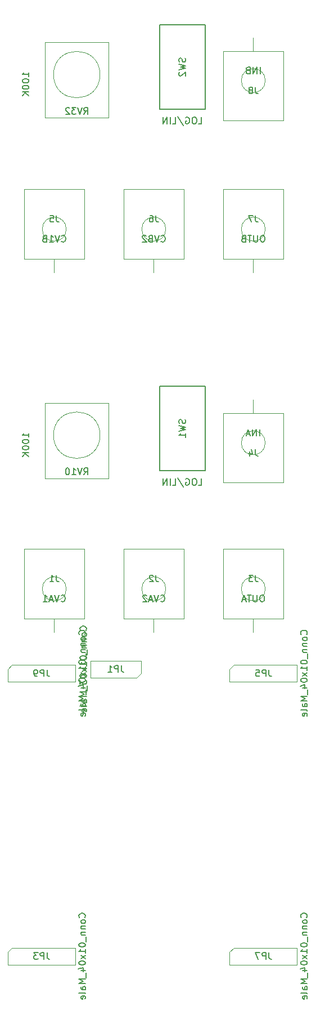
<source format=gbr>
G04 #@! TF.GenerationSoftware,KiCad,Pcbnew,(5.0.1)-4*
G04 #@! TF.CreationDate,2019-03-05T01:37:16-06:00*
G04 #@! TF.ProjectId,vca,7663612E6B696361645F706362000000,rev?*
G04 #@! TF.SameCoordinates,Original*
G04 #@! TF.FileFunction,Other,Fab,Bot*
%FSLAX46Y46*%
G04 Gerber Fmt 4.6, Leading zero omitted, Abs format (unit mm)*
G04 Created by KiCad (PCBNEW (5.0.1)-4) date 3/5/2019 1:37:16*
%MOMM*%
%LPD*%
G01*
G04 APERTURE LIST*
%ADD10C,0.100000*%
%ADD11C,0.150000*%
G04 APERTURE END LIST*
D10*
G04 #@! TO.C,RV10*
X121929000Y-85168000D02*
G75*
G03X121929000Y-85168000I-3500000J0D01*
G01*
X123179000Y-91668000D02*
X113679000Y-91668000D01*
X113679000Y-91668000D02*
X113679000Y-80318000D01*
X113679000Y-80318000D02*
X123179000Y-80318000D01*
X123179000Y-80318000D02*
X123179000Y-91668000D01*
G04 #@! TO.C,RV32*
X121929000Y-30939000D02*
G75*
G03X121929000Y-30939000I-3500000J0D01*
G01*
X123179000Y-37439000D02*
X113679000Y-37439000D01*
X113679000Y-37439000D02*
X113679000Y-26089000D01*
X113679000Y-26089000D02*
X123179000Y-26089000D01*
X123179000Y-26089000D02*
X123179000Y-37439000D01*
D11*
G04 #@! TO.C,SW2*
X137773000Y-23453000D02*
X130915000Y-23453000D01*
X130915000Y-36153000D02*
X130915000Y-23453000D01*
X137773000Y-36153000D02*
X130915000Y-36153000D01*
X137773000Y-36153000D02*
X137773000Y-23453000D01*
G04 #@! TO.C,SW1*
X137773000Y-77809000D02*
X130915000Y-77809000D01*
X130915000Y-90509000D02*
X130915000Y-77809000D01*
X137773000Y-90509000D02*
X130915000Y-90509000D01*
X137773000Y-90509000D02*
X137773000Y-77809000D01*
D10*
G04 #@! TO.C,J3*
X140512000Y-102286000D02*
X140512000Y-112686000D01*
X149512000Y-102286000D02*
X149512000Y-112686000D01*
X149512000Y-102286000D02*
X140512000Y-102286000D01*
X149512000Y-112736000D02*
X140512000Y-112736000D01*
X146812000Y-108286000D02*
G75*
G03X146812000Y-108286000I-1800000J0D01*
G01*
X145012000Y-114766000D02*
X145012000Y-112736000D01*
G04 #@! TO.C,J2*
X125526000Y-102286000D02*
X125526000Y-112686000D01*
X134526000Y-102286000D02*
X134526000Y-112686000D01*
X134526000Y-102286000D02*
X125526000Y-102286000D01*
X134526000Y-112736000D02*
X125526000Y-112736000D01*
X131826000Y-108286000D02*
G75*
G03X131826000Y-108286000I-1800000J0D01*
G01*
X130026000Y-114766000D02*
X130026000Y-112736000D01*
G04 #@! TO.C,J1*
X110540000Y-102286000D02*
X110540000Y-112686000D01*
X119540000Y-102286000D02*
X119540000Y-112686000D01*
X119540000Y-102286000D02*
X110540000Y-102286000D01*
X119540000Y-112736000D02*
X110540000Y-112736000D01*
X116840000Y-108286000D02*
G75*
G03X116840000Y-108286000I-1800000J0D01*
G01*
X115040000Y-114766000D02*
X115040000Y-112736000D01*
G04 #@! TO.C,J4*
X149512000Y-92321000D02*
X149512000Y-81921000D01*
X140512000Y-92321000D02*
X140512000Y-81921000D01*
X140512000Y-92321000D02*
X149512000Y-92321000D01*
X140512000Y-81871000D02*
X149512000Y-81871000D01*
X146812000Y-86321000D02*
G75*
G03X146812000Y-86321000I-1800000J0D01*
G01*
X145012000Y-79841000D02*
X145012000Y-81871000D01*
G04 #@! TO.C,J8*
X149512000Y-37838000D02*
X149512000Y-27438000D01*
X140512000Y-37838000D02*
X140512000Y-27438000D01*
X140512000Y-37838000D02*
X149512000Y-37838000D01*
X140512000Y-27388000D02*
X149512000Y-27388000D01*
X146812000Y-31838000D02*
G75*
G03X146812000Y-31838000I-1800000J0D01*
G01*
X145012000Y-25358000D02*
X145012000Y-27388000D01*
G04 #@! TO.C,J7*
X140512000Y-48184000D02*
X140512000Y-58584000D01*
X149512000Y-48184000D02*
X149512000Y-58584000D01*
X149512000Y-48184000D02*
X140512000Y-48184000D01*
X149512000Y-58634000D02*
X140512000Y-58634000D01*
X146812000Y-54184000D02*
G75*
G03X146812000Y-54184000I-1800000J0D01*
G01*
X145012000Y-60664000D02*
X145012000Y-58634000D01*
G04 #@! TO.C,J6*
X125526000Y-48184000D02*
X125526000Y-58584000D01*
X134526000Y-48184000D02*
X134526000Y-58584000D01*
X134526000Y-48184000D02*
X125526000Y-48184000D01*
X134526000Y-58634000D02*
X125526000Y-58634000D01*
X131826000Y-54184000D02*
G75*
G03X131826000Y-54184000I-1800000J0D01*
G01*
X130026000Y-60664000D02*
X130026000Y-58634000D01*
G04 #@! TO.C,J5*
X110540000Y-48184000D02*
X110540000Y-58584000D01*
X119540000Y-48184000D02*
X119540000Y-58584000D01*
X119540000Y-48184000D02*
X110540000Y-48184000D01*
X119540000Y-58634000D02*
X110540000Y-58634000D01*
X116840000Y-54184000D02*
G75*
G03X116840000Y-54184000I-1800000J0D01*
G01*
X115040000Y-60664000D02*
X115040000Y-58634000D01*
G04 #@! TO.C,JP1*
X127486000Y-121624000D02*
X128121000Y-120989000D01*
X120501000Y-121624000D02*
X127486000Y-121624000D01*
X120501000Y-119084000D02*
X120501000Y-121624000D01*
X128121000Y-119084000D02*
X120501000Y-119084000D01*
X128121000Y-120989000D02*
X128121000Y-119084000D01*
G04 #@! TO.C,JP3*
X108690000Y-162264000D02*
X108055000Y-162899000D01*
X118215000Y-162264000D02*
X108690000Y-162264000D01*
X118215000Y-164804000D02*
X118215000Y-162264000D01*
X108055000Y-164804000D02*
X118215000Y-164804000D01*
X108055000Y-162899000D02*
X108055000Y-164804000D01*
G04 #@! TO.C,JP5*
X142091000Y-119719000D02*
X141456000Y-120354000D01*
X151616000Y-119719000D02*
X142091000Y-119719000D01*
X151616000Y-122259000D02*
X151616000Y-119719000D01*
X141456000Y-122259000D02*
X151616000Y-122259000D01*
X141456000Y-120354000D02*
X141456000Y-122259000D01*
G04 #@! TO.C,JP7*
X142091000Y-162264000D02*
X141456000Y-162899000D01*
X151616000Y-162264000D02*
X142091000Y-162264000D01*
X151616000Y-164804000D02*
X151616000Y-162264000D01*
X141456000Y-164804000D02*
X151616000Y-164804000D01*
X141456000Y-162899000D02*
X141456000Y-164804000D01*
G04 #@! TO.C,JP9*
X108690000Y-119719000D02*
X108055000Y-120354000D01*
X118215000Y-119719000D02*
X108690000Y-119719000D01*
X118215000Y-122259000D02*
X118215000Y-119719000D01*
X108055000Y-122259000D02*
X118215000Y-122259000D01*
X108055000Y-120354000D02*
X108055000Y-122259000D01*
G04 #@! TD*
G04 #@! TO.C,RV10*
D11*
X111231380Y-85451333D02*
X111231380Y-84879904D01*
X111231380Y-85165619D02*
X110231380Y-85165619D01*
X110374238Y-85070380D01*
X110469476Y-84975142D01*
X110517095Y-84879904D01*
X110231380Y-86070380D02*
X110231380Y-86165619D01*
X110279000Y-86260857D01*
X110326619Y-86308476D01*
X110421857Y-86356095D01*
X110612333Y-86403714D01*
X110850428Y-86403714D01*
X111040904Y-86356095D01*
X111136142Y-86308476D01*
X111183761Y-86260857D01*
X111231380Y-86165619D01*
X111231380Y-86070380D01*
X111183761Y-85975142D01*
X111136142Y-85927523D01*
X111040904Y-85879904D01*
X110850428Y-85832285D01*
X110612333Y-85832285D01*
X110421857Y-85879904D01*
X110326619Y-85927523D01*
X110279000Y-85975142D01*
X110231380Y-86070380D01*
X110231380Y-87022761D02*
X110231380Y-87118000D01*
X110279000Y-87213238D01*
X110326619Y-87260857D01*
X110421857Y-87308476D01*
X110612333Y-87356095D01*
X110850428Y-87356095D01*
X111040904Y-87308476D01*
X111136142Y-87260857D01*
X111183761Y-87213238D01*
X111231380Y-87118000D01*
X111231380Y-87022761D01*
X111183761Y-86927523D01*
X111136142Y-86879904D01*
X111040904Y-86832285D01*
X110850428Y-86784666D01*
X110612333Y-86784666D01*
X110421857Y-86832285D01*
X110326619Y-86879904D01*
X110279000Y-86927523D01*
X110231380Y-87022761D01*
X111231380Y-87784666D02*
X110231380Y-87784666D01*
X111231380Y-88356095D02*
X110659952Y-87927523D01*
X110231380Y-88356095D02*
X110802809Y-87784666D01*
X119500428Y-91120380D02*
X119833761Y-90644190D01*
X120071857Y-91120380D02*
X120071857Y-90120380D01*
X119690904Y-90120380D01*
X119595666Y-90168000D01*
X119548047Y-90215619D01*
X119500428Y-90310857D01*
X119500428Y-90453714D01*
X119548047Y-90548952D01*
X119595666Y-90596571D01*
X119690904Y-90644190D01*
X120071857Y-90644190D01*
X119214714Y-90120380D02*
X118881380Y-91120380D01*
X118548047Y-90120380D01*
X117690904Y-91120380D02*
X118262333Y-91120380D01*
X117976619Y-91120380D02*
X117976619Y-90120380D01*
X118071857Y-90263238D01*
X118167095Y-90358476D01*
X118262333Y-90406095D01*
X117071857Y-90120380D02*
X116976619Y-90120380D01*
X116881380Y-90168000D01*
X116833761Y-90215619D01*
X116786142Y-90310857D01*
X116738523Y-90501333D01*
X116738523Y-90739428D01*
X116786142Y-90929904D01*
X116833761Y-91025142D01*
X116881380Y-91072761D01*
X116976619Y-91120380D01*
X117071857Y-91120380D01*
X117167095Y-91072761D01*
X117214714Y-91025142D01*
X117262333Y-90929904D01*
X117309952Y-90739428D01*
X117309952Y-90501333D01*
X117262333Y-90310857D01*
X117214714Y-90215619D01*
X117167095Y-90168000D01*
X117071857Y-90120380D01*
G04 #@! TO.C,RV32*
X111231380Y-31222333D02*
X111231380Y-30650904D01*
X111231380Y-30936619D02*
X110231380Y-30936619D01*
X110374238Y-30841380D01*
X110469476Y-30746142D01*
X110517095Y-30650904D01*
X110231380Y-31841380D02*
X110231380Y-31936619D01*
X110279000Y-32031857D01*
X110326619Y-32079476D01*
X110421857Y-32127095D01*
X110612333Y-32174714D01*
X110850428Y-32174714D01*
X111040904Y-32127095D01*
X111136142Y-32079476D01*
X111183761Y-32031857D01*
X111231380Y-31936619D01*
X111231380Y-31841380D01*
X111183761Y-31746142D01*
X111136142Y-31698523D01*
X111040904Y-31650904D01*
X110850428Y-31603285D01*
X110612333Y-31603285D01*
X110421857Y-31650904D01*
X110326619Y-31698523D01*
X110279000Y-31746142D01*
X110231380Y-31841380D01*
X110231380Y-32793761D02*
X110231380Y-32889000D01*
X110279000Y-32984238D01*
X110326619Y-33031857D01*
X110421857Y-33079476D01*
X110612333Y-33127095D01*
X110850428Y-33127095D01*
X111040904Y-33079476D01*
X111136142Y-33031857D01*
X111183761Y-32984238D01*
X111231380Y-32889000D01*
X111231380Y-32793761D01*
X111183761Y-32698523D01*
X111136142Y-32650904D01*
X111040904Y-32603285D01*
X110850428Y-32555666D01*
X110612333Y-32555666D01*
X110421857Y-32603285D01*
X110326619Y-32650904D01*
X110279000Y-32698523D01*
X110231380Y-32793761D01*
X111231380Y-33555666D02*
X110231380Y-33555666D01*
X111231380Y-34127095D02*
X110659952Y-33698523D01*
X110231380Y-34127095D02*
X110802809Y-33555666D01*
X119500428Y-36891380D02*
X119833761Y-36415190D01*
X120071857Y-36891380D02*
X120071857Y-35891380D01*
X119690904Y-35891380D01*
X119595666Y-35939000D01*
X119548047Y-35986619D01*
X119500428Y-36081857D01*
X119500428Y-36224714D01*
X119548047Y-36319952D01*
X119595666Y-36367571D01*
X119690904Y-36415190D01*
X120071857Y-36415190D01*
X119214714Y-35891380D02*
X118881380Y-36891380D01*
X118548047Y-35891380D01*
X118309952Y-35891380D02*
X117690904Y-35891380D01*
X118024238Y-36272333D01*
X117881380Y-36272333D01*
X117786142Y-36319952D01*
X117738523Y-36367571D01*
X117690904Y-36462809D01*
X117690904Y-36700904D01*
X117738523Y-36796142D01*
X117786142Y-36843761D01*
X117881380Y-36891380D01*
X118167095Y-36891380D01*
X118262333Y-36843761D01*
X118309952Y-36796142D01*
X117309952Y-35986619D02*
X117262333Y-35939000D01*
X117167095Y-35891380D01*
X116929000Y-35891380D01*
X116833761Y-35939000D01*
X116786142Y-35986619D01*
X116738523Y-36081857D01*
X116738523Y-36177095D01*
X116786142Y-36319952D01*
X117357571Y-36891380D01*
X116738523Y-36891380D01*
G04 #@! TO.C,SW2*
X136748761Y-38332580D02*
X137224952Y-38332580D01*
X137224952Y-37332580D01*
X136224952Y-37332580D02*
X136034476Y-37332580D01*
X135939238Y-37380200D01*
X135844000Y-37475438D01*
X135796380Y-37665914D01*
X135796380Y-37999247D01*
X135844000Y-38189723D01*
X135939238Y-38284961D01*
X136034476Y-38332580D01*
X136224952Y-38332580D01*
X136320190Y-38284961D01*
X136415428Y-38189723D01*
X136463047Y-37999247D01*
X136463047Y-37665914D01*
X136415428Y-37475438D01*
X136320190Y-37380200D01*
X136224952Y-37332580D01*
X134844000Y-37380200D02*
X134939238Y-37332580D01*
X135082095Y-37332580D01*
X135224952Y-37380200D01*
X135320190Y-37475438D01*
X135367809Y-37570676D01*
X135415428Y-37761152D01*
X135415428Y-37904009D01*
X135367809Y-38094485D01*
X135320190Y-38189723D01*
X135224952Y-38284961D01*
X135082095Y-38332580D01*
X134986857Y-38332580D01*
X134844000Y-38284961D01*
X134796380Y-38237342D01*
X134796380Y-37904009D01*
X134986857Y-37904009D01*
X133653523Y-37284961D02*
X134510666Y-38570676D01*
X132844000Y-38332580D02*
X133320190Y-38332580D01*
X133320190Y-37332580D01*
X132510666Y-38332580D02*
X132510666Y-37332580D01*
X132034476Y-38332580D02*
X132034476Y-37332580D01*
X131463047Y-38332580D01*
X131463047Y-37332580D01*
X134748761Y-28469666D02*
X134796380Y-28612523D01*
X134796380Y-28850619D01*
X134748761Y-28945857D01*
X134701142Y-28993476D01*
X134605904Y-29041095D01*
X134510666Y-29041095D01*
X134415428Y-28993476D01*
X134367809Y-28945857D01*
X134320190Y-28850619D01*
X134272571Y-28660142D01*
X134224952Y-28564904D01*
X134177333Y-28517285D01*
X134082095Y-28469666D01*
X133986857Y-28469666D01*
X133891619Y-28517285D01*
X133844000Y-28564904D01*
X133796380Y-28660142D01*
X133796380Y-28898238D01*
X133844000Y-29041095D01*
X133796380Y-29374428D02*
X134796380Y-29612523D01*
X134082095Y-29803000D01*
X134796380Y-29993476D01*
X133796380Y-30231571D01*
X133891619Y-30564904D02*
X133844000Y-30612523D01*
X133796380Y-30707761D01*
X133796380Y-30945857D01*
X133844000Y-31041095D01*
X133891619Y-31088714D01*
X133986857Y-31136333D01*
X134082095Y-31136333D01*
X134224952Y-31088714D01*
X134796380Y-30517285D01*
X134796380Y-31136333D01*
G04 #@! TO.C,SW1*
X136748761Y-92688580D02*
X137224952Y-92688580D01*
X137224952Y-91688580D01*
X136224952Y-91688580D02*
X136034476Y-91688580D01*
X135939238Y-91736200D01*
X135844000Y-91831438D01*
X135796380Y-92021914D01*
X135796380Y-92355247D01*
X135844000Y-92545723D01*
X135939238Y-92640961D01*
X136034476Y-92688580D01*
X136224952Y-92688580D01*
X136320190Y-92640961D01*
X136415428Y-92545723D01*
X136463047Y-92355247D01*
X136463047Y-92021914D01*
X136415428Y-91831438D01*
X136320190Y-91736200D01*
X136224952Y-91688580D01*
X134844000Y-91736200D02*
X134939238Y-91688580D01*
X135082095Y-91688580D01*
X135224952Y-91736200D01*
X135320190Y-91831438D01*
X135367809Y-91926676D01*
X135415428Y-92117152D01*
X135415428Y-92260009D01*
X135367809Y-92450485D01*
X135320190Y-92545723D01*
X135224952Y-92640961D01*
X135082095Y-92688580D01*
X134986857Y-92688580D01*
X134844000Y-92640961D01*
X134796380Y-92593342D01*
X134796380Y-92260009D01*
X134986857Y-92260009D01*
X133653523Y-91640961D02*
X134510666Y-92926676D01*
X132844000Y-92688580D02*
X133320190Y-92688580D01*
X133320190Y-91688580D01*
X132510666Y-92688580D02*
X132510666Y-91688580D01*
X132034476Y-92688580D02*
X132034476Y-91688580D01*
X131463047Y-92688580D01*
X131463047Y-91688580D01*
X134748761Y-82825666D02*
X134796380Y-82968523D01*
X134796380Y-83206619D01*
X134748761Y-83301857D01*
X134701142Y-83349476D01*
X134605904Y-83397095D01*
X134510666Y-83397095D01*
X134415428Y-83349476D01*
X134367809Y-83301857D01*
X134320190Y-83206619D01*
X134272571Y-83016142D01*
X134224952Y-82920904D01*
X134177333Y-82873285D01*
X134082095Y-82825666D01*
X133986857Y-82825666D01*
X133891619Y-82873285D01*
X133844000Y-82920904D01*
X133796380Y-83016142D01*
X133796380Y-83254238D01*
X133844000Y-83397095D01*
X133796380Y-83730428D02*
X134796380Y-83968523D01*
X134082095Y-84159000D01*
X134796380Y-84349476D01*
X133796380Y-84587571D01*
X134796380Y-85492333D02*
X134796380Y-84920904D01*
X134796380Y-85206619D02*
X133796380Y-85206619D01*
X133939238Y-85111380D01*
X134034476Y-85016142D01*
X134082095Y-84920904D01*
G04 #@! TO.C,J3*
X146440571Y-109218380D02*
X146250095Y-109218380D01*
X146154857Y-109266000D01*
X146059619Y-109361238D01*
X146012000Y-109551714D01*
X146012000Y-109885047D01*
X146059619Y-110075523D01*
X146154857Y-110170761D01*
X146250095Y-110218380D01*
X146440571Y-110218380D01*
X146535809Y-110170761D01*
X146631047Y-110075523D01*
X146678666Y-109885047D01*
X146678666Y-109551714D01*
X146631047Y-109361238D01*
X146535809Y-109266000D01*
X146440571Y-109218380D01*
X145583428Y-109218380D02*
X145583428Y-110027904D01*
X145535809Y-110123142D01*
X145488190Y-110170761D01*
X145392952Y-110218380D01*
X145202476Y-110218380D01*
X145107238Y-110170761D01*
X145059619Y-110123142D01*
X145012000Y-110027904D01*
X145012000Y-109218380D01*
X144678666Y-109218380D02*
X144107238Y-109218380D01*
X144392952Y-110218380D02*
X144392952Y-109218380D01*
X143821523Y-109932666D02*
X143345333Y-109932666D01*
X143916761Y-110218380D02*
X143583428Y-109218380D01*
X143250095Y-110218380D01*
X145345333Y-106218380D02*
X145345333Y-106932666D01*
X145392952Y-107075523D01*
X145488190Y-107170761D01*
X145631047Y-107218380D01*
X145726285Y-107218380D01*
X144964380Y-106218380D02*
X144345333Y-106218380D01*
X144678666Y-106599333D01*
X144535809Y-106599333D01*
X144440571Y-106646952D01*
X144392952Y-106694571D01*
X144345333Y-106789809D01*
X144345333Y-107027904D01*
X144392952Y-107123142D01*
X144440571Y-107170761D01*
X144535809Y-107218380D01*
X144821523Y-107218380D01*
X144916761Y-107170761D01*
X144964380Y-107123142D01*
G04 #@! TO.C,J2*
X131049809Y-110123142D02*
X131097428Y-110170761D01*
X131240285Y-110218380D01*
X131335523Y-110218380D01*
X131478380Y-110170761D01*
X131573619Y-110075523D01*
X131621238Y-109980285D01*
X131668857Y-109789809D01*
X131668857Y-109646952D01*
X131621238Y-109456476D01*
X131573619Y-109361238D01*
X131478380Y-109266000D01*
X131335523Y-109218380D01*
X131240285Y-109218380D01*
X131097428Y-109266000D01*
X131049809Y-109313619D01*
X130764095Y-109218380D02*
X130430761Y-110218380D01*
X130097428Y-109218380D01*
X129811714Y-109932666D02*
X129335523Y-109932666D01*
X129906952Y-110218380D02*
X129573619Y-109218380D01*
X129240285Y-110218380D01*
X128954571Y-109313619D02*
X128906952Y-109266000D01*
X128811714Y-109218380D01*
X128573619Y-109218380D01*
X128478380Y-109266000D01*
X128430761Y-109313619D01*
X128383142Y-109408857D01*
X128383142Y-109504095D01*
X128430761Y-109646952D01*
X129002190Y-110218380D01*
X128383142Y-110218380D01*
X130359333Y-106218380D02*
X130359333Y-106932666D01*
X130406952Y-107075523D01*
X130502190Y-107170761D01*
X130645047Y-107218380D01*
X130740285Y-107218380D01*
X129930761Y-106313619D02*
X129883142Y-106266000D01*
X129787904Y-106218380D01*
X129549809Y-106218380D01*
X129454571Y-106266000D01*
X129406952Y-106313619D01*
X129359333Y-106408857D01*
X129359333Y-106504095D01*
X129406952Y-106646952D01*
X129978380Y-107218380D01*
X129359333Y-107218380D01*
G04 #@! TO.C,J1*
X116063809Y-110123142D02*
X116111428Y-110170761D01*
X116254285Y-110218380D01*
X116349523Y-110218380D01*
X116492380Y-110170761D01*
X116587619Y-110075523D01*
X116635238Y-109980285D01*
X116682857Y-109789809D01*
X116682857Y-109646952D01*
X116635238Y-109456476D01*
X116587619Y-109361238D01*
X116492380Y-109266000D01*
X116349523Y-109218380D01*
X116254285Y-109218380D01*
X116111428Y-109266000D01*
X116063809Y-109313619D01*
X115778095Y-109218380D02*
X115444761Y-110218380D01*
X115111428Y-109218380D01*
X114825714Y-109932666D02*
X114349523Y-109932666D01*
X114920952Y-110218380D02*
X114587619Y-109218380D01*
X114254285Y-110218380D01*
X113397142Y-110218380D02*
X113968571Y-110218380D01*
X113682857Y-110218380D02*
X113682857Y-109218380D01*
X113778095Y-109361238D01*
X113873333Y-109456476D01*
X113968571Y-109504095D01*
X115373333Y-106218380D02*
X115373333Y-106932666D01*
X115420952Y-107075523D01*
X115516190Y-107170761D01*
X115659047Y-107218380D01*
X115754285Y-107218380D01*
X114373333Y-107218380D02*
X114944761Y-107218380D01*
X114659047Y-107218380D02*
X114659047Y-106218380D01*
X114754285Y-106361238D01*
X114849523Y-106456476D01*
X114944761Y-106504095D01*
G04 #@! TO.C,J4*
X145964380Y-85293380D02*
X145964380Y-84293380D01*
X145488190Y-85293380D02*
X145488190Y-84293380D01*
X144916761Y-85293380D01*
X144916761Y-84293380D01*
X144488190Y-85007666D02*
X144012000Y-85007666D01*
X144583428Y-85293380D02*
X144250095Y-84293380D01*
X143916761Y-85293380D01*
X145345333Y-87293380D02*
X145345333Y-88007666D01*
X145392952Y-88150523D01*
X145488190Y-88245761D01*
X145631047Y-88293380D01*
X145726285Y-88293380D01*
X144440571Y-87626714D02*
X144440571Y-88293380D01*
X144678666Y-87245761D02*
X144916761Y-87960047D01*
X144297714Y-87960047D01*
G04 #@! TO.C,J8*
X146035809Y-30810380D02*
X146035809Y-29810380D01*
X145559619Y-30810380D02*
X145559619Y-29810380D01*
X144988190Y-30810380D01*
X144988190Y-29810380D01*
X144178666Y-30286571D02*
X144035809Y-30334190D01*
X143988190Y-30381809D01*
X143940571Y-30477047D01*
X143940571Y-30619904D01*
X143988190Y-30715142D01*
X144035809Y-30762761D01*
X144131047Y-30810380D01*
X144512000Y-30810380D01*
X144512000Y-29810380D01*
X144178666Y-29810380D01*
X144083428Y-29858000D01*
X144035809Y-29905619D01*
X143988190Y-30000857D01*
X143988190Y-30096095D01*
X144035809Y-30191333D01*
X144083428Y-30238952D01*
X144178666Y-30286571D01*
X144512000Y-30286571D01*
X145345333Y-32810380D02*
X145345333Y-33524666D01*
X145392952Y-33667523D01*
X145488190Y-33762761D01*
X145631047Y-33810380D01*
X145726285Y-33810380D01*
X144726285Y-33238952D02*
X144821523Y-33191333D01*
X144869142Y-33143714D01*
X144916761Y-33048476D01*
X144916761Y-33000857D01*
X144869142Y-32905619D01*
X144821523Y-32858000D01*
X144726285Y-32810380D01*
X144535809Y-32810380D01*
X144440571Y-32858000D01*
X144392952Y-32905619D01*
X144345333Y-33000857D01*
X144345333Y-33048476D01*
X144392952Y-33143714D01*
X144440571Y-33191333D01*
X144535809Y-33238952D01*
X144726285Y-33238952D01*
X144821523Y-33286571D01*
X144869142Y-33334190D01*
X144916761Y-33429428D01*
X144916761Y-33619904D01*
X144869142Y-33715142D01*
X144821523Y-33762761D01*
X144726285Y-33810380D01*
X144535809Y-33810380D01*
X144440571Y-33762761D01*
X144392952Y-33715142D01*
X144345333Y-33619904D01*
X144345333Y-33429428D01*
X144392952Y-33334190D01*
X144440571Y-33286571D01*
X144535809Y-33238952D01*
G04 #@! TO.C,J7*
X146512000Y-55116380D02*
X146321523Y-55116380D01*
X146226285Y-55164000D01*
X146131047Y-55259238D01*
X146083428Y-55449714D01*
X146083428Y-55783047D01*
X146131047Y-55973523D01*
X146226285Y-56068761D01*
X146321523Y-56116380D01*
X146512000Y-56116380D01*
X146607238Y-56068761D01*
X146702476Y-55973523D01*
X146750095Y-55783047D01*
X146750095Y-55449714D01*
X146702476Y-55259238D01*
X146607238Y-55164000D01*
X146512000Y-55116380D01*
X145654857Y-55116380D02*
X145654857Y-55925904D01*
X145607238Y-56021142D01*
X145559619Y-56068761D01*
X145464380Y-56116380D01*
X145273904Y-56116380D01*
X145178666Y-56068761D01*
X145131047Y-56021142D01*
X145083428Y-55925904D01*
X145083428Y-55116380D01*
X144750095Y-55116380D02*
X144178666Y-55116380D01*
X144464380Y-56116380D02*
X144464380Y-55116380D01*
X143512000Y-55592571D02*
X143369142Y-55640190D01*
X143321523Y-55687809D01*
X143273904Y-55783047D01*
X143273904Y-55925904D01*
X143321523Y-56021142D01*
X143369142Y-56068761D01*
X143464380Y-56116380D01*
X143845333Y-56116380D01*
X143845333Y-55116380D01*
X143512000Y-55116380D01*
X143416761Y-55164000D01*
X143369142Y-55211619D01*
X143321523Y-55306857D01*
X143321523Y-55402095D01*
X143369142Y-55497333D01*
X143416761Y-55544952D01*
X143512000Y-55592571D01*
X143845333Y-55592571D01*
X145345333Y-52116380D02*
X145345333Y-52830666D01*
X145392952Y-52973523D01*
X145488190Y-53068761D01*
X145631047Y-53116380D01*
X145726285Y-53116380D01*
X144964380Y-52116380D02*
X144297714Y-52116380D01*
X144726285Y-53116380D01*
G04 #@! TO.C,J6*
X131121238Y-56021142D02*
X131168857Y-56068761D01*
X131311714Y-56116380D01*
X131406952Y-56116380D01*
X131549809Y-56068761D01*
X131645047Y-55973523D01*
X131692666Y-55878285D01*
X131740285Y-55687809D01*
X131740285Y-55544952D01*
X131692666Y-55354476D01*
X131645047Y-55259238D01*
X131549809Y-55164000D01*
X131406952Y-55116380D01*
X131311714Y-55116380D01*
X131168857Y-55164000D01*
X131121238Y-55211619D01*
X130835523Y-55116380D02*
X130502190Y-56116380D01*
X130168857Y-55116380D01*
X129502190Y-55592571D02*
X129359333Y-55640190D01*
X129311714Y-55687809D01*
X129264095Y-55783047D01*
X129264095Y-55925904D01*
X129311714Y-56021142D01*
X129359333Y-56068761D01*
X129454571Y-56116380D01*
X129835523Y-56116380D01*
X129835523Y-55116380D01*
X129502190Y-55116380D01*
X129406952Y-55164000D01*
X129359333Y-55211619D01*
X129311714Y-55306857D01*
X129311714Y-55402095D01*
X129359333Y-55497333D01*
X129406952Y-55544952D01*
X129502190Y-55592571D01*
X129835523Y-55592571D01*
X128883142Y-55211619D02*
X128835523Y-55164000D01*
X128740285Y-55116380D01*
X128502190Y-55116380D01*
X128406952Y-55164000D01*
X128359333Y-55211619D01*
X128311714Y-55306857D01*
X128311714Y-55402095D01*
X128359333Y-55544952D01*
X128930761Y-56116380D01*
X128311714Y-56116380D01*
X130359333Y-52116380D02*
X130359333Y-52830666D01*
X130406952Y-52973523D01*
X130502190Y-53068761D01*
X130645047Y-53116380D01*
X130740285Y-53116380D01*
X129454571Y-52116380D02*
X129645047Y-52116380D01*
X129740285Y-52164000D01*
X129787904Y-52211619D01*
X129883142Y-52354476D01*
X129930761Y-52544952D01*
X129930761Y-52925904D01*
X129883142Y-53021142D01*
X129835523Y-53068761D01*
X129740285Y-53116380D01*
X129549809Y-53116380D01*
X129454571Y-53068761D01*
X129406952Y-53021142D01*
X129359333Y-52925904D01*
X129359333Y-52687809D01*
X129406952Y-52592571D01*
X129454571Y-52544952D01*
X129549809Y-52497333D01*
X129740285Y-52497333D01*
X129835523Y-52544952D01*
X129883142Y-52592571D01*
X129930761Y-52687809D01*
G04 #@! TO.C,J5*
X116135238Y-56021142D02*
X116182857Y-56068761D01*
X116325714Y-56116380D01*
X116420952Y-56116380D01*
X116563809Y-56068761D01*
X116659047Y-55973523D01*
X116706666Y-55878285D01*
X116754285Y-55687809D01*
X116754285Y-55544952D01*
X116706666Y-55354476D01*
X116659047Y-55259238D01*
X116563809Y-55164000D01*
X116420952Y-55116380D01*
X116325714Y-55116380D01*
X116182857Y-55164000D01*
X116135238Y-55211619D01*
X115849523Y-55116380D02*
X115516190Y-56116380D01*
X115182857Y-55116380D01*
X114325714Y-56116380D02*
X114897142Y-56116380D01*
X114611428Y-56116380D02*
X114611428Y-55116380D01*
X114706666Y-55259238D01*
X114801904Y-55354476D01*
X114897142Y-55402095D01*
X113563809Y-55592571D02*
X113420952Y-55640190D01*
X113373333Y-55687809D01*
X113325714Y-55783047D01*
X113325714Y-55925904D01*
X113373333Y-56021142D01*
X113420952Y-56068761D01*
X113516190Y-56116380D01*
X113897142Y-56116380D01*
X113897142Y-55116380D01*
X113563809Y-55116380D01*
X113468571Y-55164000D01*
X113420952Y-55211619D01*
X113373333Y-55306857D01*
X113373333Y-55402095D01*
X113420952Y-55497333D01*
X113468571Y-55544952D01*
X113563809Y-55592571D01*
X113897142Y-55592571D01*
X115373333Y-52116380D02*
X115373333Y-52830666D01*
X115420952Y-52973523D01*
X115516190Y-53068761D01*
X115659047Y-53116380D01*
X115754285Y-53116380D01*
X114420952Y-52116380D02*
X114897142Y-52116380D01*
X114944761Y-52592571D01*
X114897142Y-52544952D01*
X114801904Y-52497333D01*
X114563809Y-52497333D01*
X114468571Y-52544952D01*
X114420952Y-52592571D01*
X114373333Y-52687809D01*
X114373333Y-52925904D01*
X114420952Y-53021142D01*
X114468571Y-53068761D01*
X114563809Y-53116380D01*
X114801904Y-53116380D01*
X114897142Y-53068761D01*
X114944761Y-53021142D01*
G04 #@! TO.C,JP1*
X119798142Y-114520666D02*
X119845761Y-114473047D01*
X119893380Y-114330190D01*
X119893380Y-114234952D01*
X119845761Y-114092095D01*
X119750523Y-113996857D01*
X119655285Y-113949238D01*
X119464809Y-113901619D01*
X119321952Y-113901619D01*
X119131476Y-113949238D01*
X119036238Y-113996857D01*
X118941000Y-114092095D01*
X118893380Y-114234952D01*
X118893380Y-114330190D01*
X118941000Y-114473047D01*
X118988619Y-114520666D01*
X119893380Y-115092095D02*
X119845761Y-114996857D01*
X119798142Y-114949238D01*
X119702904Y-114901619D01*
X119417190Y-114901619D01*
X119321952Y-114949238D01*
X119274333Y-114996857D01*
X119226714Y-115092095D01*
X119226714Y-115234952D01*
X119274333Y-115330190D01*
X119321952Y-115377809D01*
X119417190Y-115425428D01*
X119702904Y-115425428D01*
X119798142Y-115377809D01*
X119845761Y-115330190D01*
X119893380Y-115234952D01*
X119893380Y-115092095D01*
X119226714Y-115854000D02*
X119893380Y-115854000D01*
X119321952Y-115854000D02*
X119274333Y-115901619D01*
X119226714Y-115996857D01*
X119226714Y-116139714D01*
X119274333Y-116234952D01*
X119369571Y-116282571D01*
X119893380Y-116282571D01*
X119226714Y-116758761D02*
X119893380Y-116758761D01*
X119321952Y-116758761D02*
X119274333Y-116806380D01*
X119226714Y-116901619D01*
X119226714Y-117044476D01*
X119274333Y-117139714D01*
X119369571Y-117187333D01*
X119893380Y-117187333D01*
X119988619Y-117425428D02*
X119988619Y-118187333D01*
X118893380Y-118615904D02*
X118893380Y-118711142D01*
X118941000Y-118806380D01*
X118988619Y-118854000D01*
X119083857Y-118901619D01*
X119274333Y-118949238D01*
X119512428Y-118949238D01*
X119702904Y-118901619D01*
X119798142Y-118854000D01*
X119845761Y-118806380D01*
X119893380Y-118711142D01*
X119893380Y-118615904D01*
X119845761Y-118520666D01*
X119798142Y-118473047D01*
X119702904Y-118425428D01*
X119512428Y-118377809D01*
X119274333Y-118377809D01*
X119083857Y-118425428D01*
X118988619Y-118473047D01*
X118941000Y-118520666D01*
X118893380Y-118615904D01*
X119893380Y-119901619D02*
X119893380Y-119330190D01*
X119893380Y-119615904D02*
X118893380Y-119615904D01*
X119036238Y-119520666D01*
X119131476Y-119425428D01*
X119179095Y-119330190D01*
X119893380Y-120234952D02*
X119226714Y-120758761D01*
X119226714Y-120234952D02*
X119893380Y-120758761D01*
X118893380Y-121330190D02*
X118893380Y-121425428D01*
X118941000Y-121520666D01*
X118988619Y-121568285D01*
X119083857Y-121615904D01*
X119274333Y-121663523D01*
X119512428Y-121663523D01*
X119702904Y-121615904D01*
X119798142Y-121568285D01*
X119845761Y-121520666D01*
X119893380Y-121425428D01*
X119893380Y-121330190D01*
X119845761Y-121234952D01*
X119798142Y-121187333D01*
X119702904Y-121139714D01*
X119512428Y-121092095D01*
X119274333Y-121092095D01*
X119083857Y-121139714D01*
X118988619Y-121187333D01*
X118941000Y-121234952D01*
X118893380Y-121330190D01*
X118893380Y-121996857D02*
X118893380Y-122615904D01*
X119274333Y-122282571D01*
X119274333Y-122425428D01*
X119321952Y-122520666D01*
X119369571Y-122568285D01*
X119464809Y-122615904D01*
X119702904Y-122615904D01*
X119798142Y-122568285D01*
X119845761Y-122520666D01*
X119893380Y-122425428D01*
X119893380Y-122139714D01*
X119845761Y-122044476D01*
X119798142Y-121996857D01*
X119988619Y-122806380D02*
X119988619Y-123568285D01*
X119893380Y-123806380D02*
X118893380Y-123806380D01*
X119607666Y-124139714D01*
X118893380Y-124473047D01*
X119893380Y-124473047D01*
X119893380Y-125377809D02*
X119369571Y-125377809D01*
X119274333Y-125330190D01*
X119226714Y-125234952D01*
X119226714Y-125044476D01*
X119274333Y-124949238D01*
X119845761Y-125377809D02*
X119893380Y-125282571D01*
X119893380Y-125044476D01*
X119845761Y-124949238D01*
X119750523Y-124901619D01*
X119655285Y-124901619D01*
X119560047Y-124949238D01*
X119512428Y-125044476D01*
X119512428Y-125282571D01*
X119464809Y-125377809D01*
X119893380Y-125996857D02*
X119845761Y-125901619D01*
X119750523Y-125854000D01*
X118893380Y-125854000D01*
X119845761Y-126758761D02*
X119893380Y-126663523D01*
X119893380Y-126473047D01*
X119845761Y-126377809D01*
X119750523Y-126330190D01*
X119369571Y-126330190D01*
X119274333Y-126377809D01*
X119226714Y-126473047D01*
X119226714Y-126663523D01*
X119274333Y-126758761D01*
X119369571Y-126806380D01*
X119464809Y-126806380D01*
X119560047Y-126330190D01*
X125144333Y-119806380D02*
X125144333Y-120520666D01*
X125191952Y-120663523D01*
X125287190Y-120758761D01*
X125430047Y-120806380D01*
X125525285Y-120806380D01*
X124668142Y-120806380D02*
X124668142Y-119806380D01*
X124287190Y-119806380D01*
X124191952Y-119854000D01*
X124144333Y-119901619D01*
X124096714Y-119996857D01*
X124096714Y-120139714D01*
X124144333Y-120234952D01*
X124191952Y-120282571D01*
X124287190Y-120330190D01*
X124668142Y-120330190D01*
X123144333Y-120806380D02*
X123715761Y-120806380D01*
X123430047Y-120806380D02*
X123430047Y-119806380D01*
X123525285Y-119949238D01*
X123620523Y-120044476D01*
X123715761Y-120092095D01*
G04 #@! TO.C,JP3*
X119632142Y-157700666D02*
X119679761Y-157653047D01*
X119727380Y-157510190D01*
X119727380Y-157414952D01*
X119679761Y-157272095D01*
X119584523Y-157176857D01*
X119489285Y-157129238D01*
X119298809Y-157081619D01*
X119155952Y-157081619D01*
X118965476Y-157129238D01*
X118870238Y-157176857D01*
X118775000Y-157272095D01*
X118727380Y-157414952D01*
X118727380Y-157510190D01*
X118775000Y-157653047D01*
X118822619Y-157700666D01*
X119727380Y-158272095D02*
X119679761Y-158176857D01*
X119632142Y-158129238D01*
X119536904Y-158081619D01*
X119251190Y-158081619D01*
X119155952Y-158129238D01*
X119108333Y-158176857D01*
X119060714Y-158272095D01*
X119060714Y-158414952D01*
X119108333Y-158510190D01*
X119155952Y-158557809D01*
X119251190Y-158605428D01*
X119536904Y-158605428D01*
X119632142Y-158557809D01*
X119679761Y-158510190D01*
X119727380Y-158414952D01*
X119727380Y-158272095D01*
X119060714Y-159034000D02*
X119727380Y-159034000D01*
X119155952Y-159034000D02*
X119108333Y-159081619D01*
X119060714Y-159176857D01*
X119060714Y-159319714D01*
X119108333Y-159414952D01*
X119203571Y-159462571D01*
X119727380Y-159462571D01*
X119060714Y-159938761D02*
X119727380Y-159938761D01*
X119155952Y-159938761D02*
X119108333Y-159986380D01*
X119060714Y-160081619D01*
X119060714Y-160224476D01*
X119108333Y-160319714D01*
X119203571Y-160367333D01*
X119727380Y-160367333D01*
X119822619Y-160605428D02*
X119822619Y-161367333D01*
X118727380Y-161795904D02*
X118727380Y-161891142D01*
X118775000Y-161986380D01*
X118822619Y-162034000D01*
X118917857Y-162081619D01*
X119108333Y-162129238D01*
X119346428Y-162129238D01*
X119536904Y-162081619D01*
X119632142Y-162034000D01*
X119679761Y-161986380D01*
X119727380Y-161891142D01*
X119727380Y-161795904D01*
X119679761Y-161700666D01*
X119632142Y-161653047D01*
X119536904Y-161605428D01*
X119346428Y-161557809D01*
X119108333Y-161557809D01*
X118917857Y-161605428D01*
X118822619Y-161653047D01*
X118775000Y-161700666D01*
X118727380Y-161795904D01*
X119727380Y-163081619D02*
X119727380Y-162510190D01*
X119727380Y-162795904D02*
X118727380Y-162795904D01*
X118870238Y-162700666D01*
X118965476Y-162605428D01*
X119013095Y-162510190D01*
X119727380Y-163414952D02*
X119060714Y-163938761D01*
X119060714Y-163414952D02*
X119727380Y-163938761D01*
X118727380Y-164510190D02*
X118727380Y-164605428D01*
X118775000Y-164700666D01*
X118822619Y-164748285D01*
X118917857Y-164795904D01*
X119108333Y-164843523D01*
X119346428Y-164843523D01*
X119536904Y-164795904D01*
X119632142Y-164748285D01*
X119679761Y-164700666D01*
X119727380Y-164605428D01*
X119727380Y-164510190D01*
X119679761Y-164414952D01*
X119632142Y-164367333D01*
X119536904Y-164319714D01*
X119346428Y-164272095D01*
X119108333Y-164272095D01*
X118917857Y-164319714D01*
X118822619Y-164367333D01*
X118775000Y-164414952D01*
X118727380Y-164510190D01*
X119060714Y-165700666D02*
X119727380Y-165700666D01*
X118679761Y-165462571D02*
X119394047Y-165224476D01*
X119394047Y-165843523D01*
X119822619Y-165986380D02*
X119822619Y-166748285D01*
X119727380Y-166986380D02*
X118727380Y-166986380D01*
X119441666Y-167319714D01*
X118727380Y-167653047D01*
X119727380Y-167653047D01*
X119727380Y-168557809D02*
X119203571Y-168557809D01*
X119108333Y-168510190D01*
X119060714Y-168414952D01*
X119060714Y-168224476D01*
X119108333Y-168129238D01*
X119679761Y-168557809D02*
X119727380Y-168462571D01*
X119727380Y-168224476D01*
X119679761Y-168129238D01*
X119584523Y-168081619D01*
X119489285Y-168081619D01*
X119394047Y-168129238D01*
X119346428Y-168224476D01*
X119346428Y-168462571D01*
X119298809Y-168557809D01*
X119727380Y-169176857D02*
X119679761Y-169081619D01*
X119584523Y-169034000D01*
X118727380Y-169034000D01*
X119679761Y-169938761D02*
X119727380Y-169843523D01*
X119727380Y-169653047D01*
X119679761Y-169557809D01*
X119584523Y-169510190D01*
X119203571Y-169510190D01*
X119108333Y-169557809D01*
X119060714Y-169653047D01*
X119060714Y-169843523D01*
X119108333Y-169938761D01*
X119203571Y-169986380D01*
X119298809Y-169986380D01*
X119394047Y-169510190D01*
X113968333Y-162986380D02*
X113968333Y-163700666D01*
X114015952Y-163843523D01*
X114111190Y-163938761D01*
X114254047Y-163986380D01*
X114349285Y-163986380D01*
X113492142Y-163986380D02*
X113492142Y-162986380D01*
X113111190Y-162986380D01*
X113015952Y-163034000D01*
X112968333Y-163081619D01*
X112920714Y-163176857D01*
X112920714Y-163319714D01*
X112968333Y-163414952D01*
X113015952Y-163462571D01*
X113111190Y-163510190D01*
X113492142Y-163510190D01*
X112587380Y-162986380D02*
X111968333Y-162986380D01*
X112301666Y-163367333D01*
X112158809Y-163367333D01*
X112063571Y-163414952D01*
X112015952Y-163462571D01*
X111968333Y-163557809D01*
X111968333Y-163795904D01*
X112015952Y-163891142D01*
X112063571Y-163938761D01*
X112158809Y-163986380D01*
X112444523Y-163986380D01*
X112539761Y-163938761D01*
X112587380Y-163891142D01*
G04 #@! TO.C,JP5*
X153033142Y-115155666D02*
X153080761Y-115108047D01*
X153128380Y-114965190D01*
X153128380Y-114869952D01*
X153080761Y-114727095D01*
X152985523Y-114631857D01*
X152890285Y-114584238D01*
X152699809Y-114536619D01*
X152556952Y-114536619D01*
X152366476Y-114584238D01*
X152271238Y-114631857D01*
X152176000Y-114727095D01*
X152128380Y-114869952D01*
X152128380Y-114965190D01*
X152176000Y-115108047D01*
X152223619Y-115155666D01*
X153128380Y-115727095D02*
X153080761Y-115631857D01*
X153033142Y-115584238D01*
X152937904Y-115536619D01*
X152652190Y-115536619D01*
X152556952Y-115584238D01*
X152509333Y-115631857D01*
X152461714Y-115727095D01*
X152461714Y-115869952D01*
X152509333Y-115965190D01*
X152556952Y-116012809D01*
X152652190Y-116060428D01*
X152937904Y-116060428D01*
X153033142Y-116012809D01*
X153080761Y-115965190D01*
X153128380Y-115869952D01*
X153128380Y-115727095D01*
X152461714Y-116489000D02*
X153128380Y-116489000D01*
X152556952Y-116489000D02*
X152509333Y-116536619D01*
X152461714Y-116631857D01*
X152461714Y-116774714D01*
X152509333Y-116869952D01*
X152604571Y-116917571D01*
X153128380Y-116917571D01*
X152461714Y-117393761D02*
X153128380Y-117393761D01*
X152556952Y-117393761D02*
X152509333Y-117441380D01*
X152461714Y-117536619D01*
X152461714Y-117679476D01*
X152509333Y-117774714D01*
X152604571Y-117822333D01*
X153128380Y-117822333D01*
X153223619Y-118060428D02*
X153223619Y-118822333D01*
X152128380Y-119250904D02*
X152128380Y-119346142D01*
X152176000Y-119441380D01*
X152223619Y-119489000D01*
X152318857Y-119536619D01*
X152509333Y-119584238D01*
X152747428Y-119584238D01*
X152937904Y-119536619D01*
X153033142Y-119489000D01*
X153080761Y-119441380D01*
X153128380Y-119346142D01*
X153128380Y-119250904D01*
X153080761Y-119155666D01*
X153033142Y-119108047D01*
X152937904Y-119060428D01*
X152747428Y-119012809D01*
X152509333Y-119012809D01*
X152318857Y-119060428D01*
X152223619Y-119108047D01*
X152176000Y-119155666D01*
X152128380Y-119250904D01*
X153128380Y-120536619D02*
X153128380Y-119965190D01*
X153128380Y-120250904D02*
X152128380Y-120250904D01*
X152271238Y-120155666D01*
X152366476Y-120060428D01*
X152414095Y-119965190D01*
X153128380Y-120869952D02*
X152461714Y-121393761D01*
X152461714Y-120869952D02*
X153128380Y-121393761D01*
X152128380Y-121965190D02*
X152128380Y-122060428D01*
X152176000Y-122155666D01*
X152223619Y-122203285D01*
X152318857Y-122250904D01*
X152509333Y-122298523D01*
X152747428Y-122298523D01*
X152937904Y-122250904D01*
X153033142Y-122203285D01*
X153080761Y-122155666D01*
X153128380Y-122060428D01*
X153128380Y-121965190D01*
X153080761Y-121869952D01*
X153033142Y-121822333D01*
X152937904Y-121774714D01*
X152747428Y-121727095D01*
X152509333Y-121727095D01*
X152318857Y-121774714D01*
X152223619Y-121822333D01*
X152176000Y-121869952D01*
X152128380Y-121965190D01*
X152461714Y-123155666D02*
X153128380Y-123155666D01*
X152080761Y-122917571D02*
X152795047Y-122679476D01*
X152795047Y-123298523D01*
X153223619Y-123441380D02*
X153223619Y-124203285D01*
X153128380Y-124441380D02*
X152128380Y-124441380D01*
X152842666Y-124774714D01*
X152128380Y-125108047D01*
X153128380Y-125108047D01*
X153128380Y-126012809D02*
X152604571Y-126012809D01*
X152509333Y-125965190D01*
X152461714Y-125869952D01*
X152461714Y-125679476D01*
X152509333Y-125584238D01*
X153080761Y-126012809D02*
X153128380Y-125917571D01*
X153128380Y-125679476D01*
X153080761Y-125584238D01*
X152985523Y-125536619D01*
X152890285Y-125536619D01*
X152795047Y-125584238D01*
X152747428Y-125679476D01*
X152747428Y-125917571D01*
X152699809Y-126012809D01*
X153128380Y-126631857D02*
X153080761Y-126536619D01*
X152985523Y-126489000D01*
X152128380Y-126489000D01*
X153080761Y-127393761D02*
X153128380Y-127298523D01*
X153128380Y-127108047D01*
X153080761Y-127012809D01*
X152985523Y-126965190D01*
X152604571Y-126965190D01*
X152509333Y-127012809D01*
X152461714Y-127108047D01*
X152461714Y-127298523D01*
X152509333Y-127393761D01*
X152604571Y-127441380D01*
X152699809Y-127441380D01*
X152795047Y-126965190D01*
X147369333Y-120441380D02*
X147369333Y-121155666D01*
X147416952Y-121298523D01*
X147512190Y-121393761D01*
X147655047Y-121441380D01*
X147750285Y-121441380D01*
X146893142Y-121441380D02*
X146893142Y-120441380D01*
X146512190Y-120441380D01*
X146416952Y-120489000D01*
X146369333Y-120536619D01*
X146321714Y-120631857D01*
X146321714Y-120774714D01*
X146369333Y-120869952D01*
X146416952Y-120917571D01*
X146512190Y-120965190D01*
X146893142Y-120965190D01*
X145416952Y-120441380D02*
X145893142Y-120441380D01*
X145940761Y-120917571D01*
X145893142Y-120869952D01*
X145797904Y-120822333D01*
X145559809Y-120822333D01*
X145464571Y-120869952D01*
X145416952Y-120917571D01*
X145369333Y-121012809D01*
X145369333Y-121250904D01*
X145416952Y-121346142D01*
X145464571Y-121393761D01*
X145559809Y-121441380D01*
X145797904Y-121441380D01*
X145893142Y-121393761D01*
X145940761Y-121346142D01*
G04 #@! TO.C,JP7*
X153033142Y-157700666D02*
X153080761Y-157653047D01*
X153128380Y-157510190D01*
X153128380Y-157414952D01*
X153080761Y-157272095D01*
X152985523Y-157176857D01*
X152890285Y-157129238D01*
X152699809Y-157081619D01*
X152556952Y-157081619D01*
X152366476Y-157129238D01*
X152271238Y-157176857D01*
X152176000Y-157272095D01*
X152128380Y-157414952D01*
X152128380Y-157510190D01*
X152176000Y-157653047D01*
X152223619Y-157700666D01*
X153128380Y-158272095D02*
X153080761Y-158176857D01*
X153033142Y-158129238D01*
X152937904Y-158081619D01*
X152652190Y-158081619D01*
X152556952Y-158129238D01*
X152509333Y-158176857D01*
X152461714Y-158272095D01*
X152461714Y-158414952D01*
X152509333Y-158510190D01*
X152556952Y-158557809D01*
X152652190Y-158605428D01*
X152937904Y-158605428D01*
X153033142Y-158557809D01*
X153080761Y-158510190D01*
X153128380Y-158414952D01*
X153128380Y-158272095D01*
X152461714Y-159034000D02*
X153128380Y-159034000D01*
X152556952Y-159034000D02*
X152509333Y-159081619D01*
X152461714Y-159176857D01*
X152461714Y-159319714D01*
X152509333Y-159414952D01*
X152604571Y-159462571D01*
X153128380Y-159462571D01*
X152461714Y-159938761D02*
X153128380Y-159938761D01*
X152556952Y-159938761D02*
X152509333Y-159986380D01*
X152461714Y-160081619D01*
X152461714Y-160224476D01*
X152509333Y-160319714D01*
X152604571Y-160367333D01*
X153128380Y-160367333D01*
X153223619Y-160605428D02*
X153223619Y-161367333D01*
X152128380Y-161795904D02*
X152128380Y-161891142D01*
X152176000Y-161986380D01*
X152223619Y-162034000D01*
X152318857Y-162081619D01*
X152509333Y-162129238D01*
X152747428Y-162129238D01*
X152937904Y-162081619D01*
X153033142Y-162034000D01*
X153080761Y-161986380D01*
X153128380Y-161891142D01*
X153128380Y-161795904D01*
X153080761Y-161700666D01*
X153033142Y-161653047D01*
X152937904Y-161605428D01*
X152747428Y-161557809D01*
X152509333Y-161557809D01*
X152318857Y-161605428D01*
X152223619Y-161653047D01*
X152176000Y-161700666D01*
X152128380Y-161795904D01*
X153128380Y-163081619D02*
X153128380Y-162510190D01*
X153128380Y-162795904D02*
X152128380Y-162795904D01*
X152271238Y-162700666D01*
X152366476Y-162605428D01*
X152414095Y-162510190D01*
X153128380Y-163414952D02*
X152461714Y-163938761D01*
X152461714Y-163414952D02*
X153128380Y-163938761D01*
X152128380Y-164510190D02*
X152128380Y-164605428D01*
X152176000Y-164700666D01*
X152223619Y-164748285D01*
X152318857Y-164795904D01*
X152509333Y-164843523D01*
X152747428Y-164843523D01*
X152937904Y-164795904D01*
X153033142Y-164748285D01*
X153080761Y-164700666D01*
X153128380Y-164605428D01*
X153128380Y-164510190D01*
X153080761Y-164414952D01*
X153033142Y-164367333D01*
X152937904Y-164319714D01*
X152747428Y-164272095D01*
X152509333Y-164272095D01*
X152318857Y-164319714D01*
X152223619Y-164367333D01*
X152176000Y-164414952D01*
X152128380Y-164510190D01*
X152461714Y-165700666D02*
X153128380Y-165700666D01*
X152080761Y-165462571D02*
X152795047Y-165224476D01*
X152795047Y-165843523D01*
X153223619Y-165986380D02*
X153223619Y-166748285D01*
X153128380Y-166986380D02*
X152128380Y-166986380D01*
X152842666Y-167319714D01*
X152128380Y-167653047D01*
X153128380Y-167653047D01*
X153128380Y-168557809D02*
X152604571Y-168557809D01*
X152509333Y-168510190D01*
X152461714Y-168414952D01*
X152461714Y-168224476D01*
X152509333Y-168129238D01*
X153080761Y-168557809D02*
X153128380Y-168462571D01*
X153128380Y-168224476D01*
X153080761Y-168129238D01*
X152985523Y-168081619D01*
X152890285Y-168081619D01*
X152795047Y-168129238D01*
X152747428Y-168224476D01*
X152747428Y-168462571D01*
X152699809Y-168557809D01*
X153128380Y-169176857D02*
X153080761Y-169081619D01*
X152985523Y-169034000D01*
X152128380Y-169034000D01*
X153080761Y-169938761D02*
X153128380Y-169843523D01*
X153128380Y-169653047D01*
X153080761Y-169557809D01*
X152985523Y-169510190D01*
X152604571Y-169510190D01*
X152509333Y-169557809D01*
X152461714Y-169653047D01*
X152461714Y-169843523D01*
X152509333Y-169938761D01*
X152604571Y-169986380D01*
X152699809Y-169986380D01*
X152795047Y-169510190D01*
X147369333Y-162986380D02*
X147369333Y-163700666D01*
X147416952Y-163843523D01*
X147512190Y-163938761D01*
X147655047Y-163986380D01*
X147750285Y-163986380D01*
X146893142Y-163986380D02*
X146893142Y-162986380D01*
X146512190Y-162986380D01*
X146416952Y-163034000D01*
X146369333Y-163081619D01*
X146321714Y-163176857D01*
X146321714Y-163319714D01*
X146369333Y-163414952D01*
X146416952Y-163462571D01*
X146512190Y-163510190D01*
X146893142Y-163510190D01*
X145988380Y-162986380D02*
X145321714Y-162986380D01*
X145750285Y-163986380D01*
G04 #@! TO.C,JP9*
X119632142Y-115155666D02*
X119679761Y-115108047D01*
X119727380Y-114965190D01*
X119727380Y-114869952D01*
X119679761Y-114727095D01*
X119584523Y-114631857D01*
X119489285Y-114584238D01*
X119298809Y-114536619D01*
X119155952Y-114536619D01*
X118965476Y-114584238D01*
X118870238Y-114631857D01*
X118775000Y-114727095D01*
X118727380Y-114869952D01*
X118727380Y-114965190D01*
X118775000Y-115108047D01*
X118822619Y-115155666D01*
X119727380Y-115727095D02*
X119679761Y-115631857D01*
X119632142Y-115584238D01*
X119536904Y-115536619D01*
X119251190Y-115536619D01*
X119155952Y-115584238D01*
X119108333Y-115631857D01*
X119060714Y-115727095D01*
X119060714Y-115869952D01*
X119108333Y-115965190D01*
X119155952Y-116012809D01*
X119251190Y-116060428D01*
X119536904Y-116060428D01*
X119632142Y-116012809D01*
X119679761Y-115965190D01*
X119727380Y-115869952D01*
X119727380Y-115727095D01*
X119060714Y-116489000D02*
X119727380Y-116489000D01*
X119155952Y-116489000D02*
X119108333Y-116536619D01*
X119060714Y-116631857D01*
X119060714Y-116774714D01*
X119108333Y-116869952D01*
X119203571Y-116917571D01*
X119727380Y-116917571D01*
X119060714Y-117393761D02*
X119727380Y-117393761D01*
X119155952Y-117393761D02*
X119108333Y-117441380D01*
X119060714Y-117536619D01*
X119060714Y-117679476D01*
X119108333Y-117774714D01*
X119203571Y-117822333D01*
X119727380Y-117822333D01*
X119822619Y-118060428D02*
X119822619Y-118822333D01*
X118727380Y-119250904D02*
X118727380Y-119346142D01*
X118775000Y-119441380D01*
X118822619Y-119489000D01*
X118917857Y-119536619D01*
X119108333Y-119584238D01*
X119346428Y-119584238D01*
X119536904Y-119536619D01*
X119632142Y-119489000D01*
X119679761Y-119441380D01*
X119727380Y-119346142D01*
X119727380Y-119250904D01*
X119679761Y-119155666D01*
X119632142Y-119108047D01*
X119536904Y-119060428D01*
X119346428Y-119012809D01*
X119108333Y-119012809D01*
X118917857Y-119060428D01*
X118822619Y-119108047D01*
X118775000Y-119155666D01*
X118727380Y-119250904D01*
X119727380Y-120536619D02*
X119727380Y-119965190D01*
X119727380Y-120250904D02*
X118727380Y-120250904D01*
X118870238Y-120155666D01*
X118965476Y-120060428D01*
X119013095Y-119965190D01*
X119727380Y-120869952D02*
X119060714Y-121393761D01*
X119060714Y-120869952D02*
X119727380Y-121393761D01*
X118727380Y-121965190D02*
X118727380Y-122060428D01*
X118775000Y-122155666D01*
X118822619Y-122203285D01*
X118917857Y-122250904D01*
X119108333Y-122298523D01*
X119346428Y-122298523D01*
X119536904Y-122250904D01*
X119632142Y-122203285D01*
X119679761Y-122155666D01*
X119727380Y-122060428D01*
X119727380Y-121965190D01*
X119679761Y-121869952D01*
X119632142Y-121822333D01*
X119536904Y-121774714D01*
X119346428Y-121727095D01*
X119108333Y-121727095D01*
X118917857Y-121774714D01*
X118822619Y-121822333D01*
X118775000Y-121869952D01*
X118727380Y-121965190D01*
X119060714Y-123155666D02*
X119727380Y-123155666D01*
X118679761Y-122917571D02*
X119394047Y-122679476D01*
X119394047Y-123298523D01*
X119822619Y-123441380D02*
X119822619Y-124203285D01*
X119727380Y-124441380D02*
X118727380Y-124441380D01*
X119441666Y-124774714D01*
X118727380Y-125108047D01*
X119727380Y-125108047D01*
X119727380Y-126012809D02*
X119203571Y-126012809D01*
X119108333Y-125965190D01*
X119060714Y-125869952D01*
X119060714Y-125679476D01*
X119108333Y-125584238D01*
X119679761Y-126012809D02*
X119727380Y-125917571D01*
X119727380Y-125679476D01*
X119679761Y-125584238D01*
X119584523Y-125536619D01*
X119489285Y-125536619D01*
X119394047Y-125584238D01*
X119346428Y-125679476D01*
X119346428Y-125917571D01*
X119298809Y-126012809D01*
X119727380Y-126631857D02*
X119679761Y-126536619D01*
X119584523Y-126489000D01*
X118727380Y-126489000D01*
X119679761Y-127393761D02*
X119727380Y-127298523D01*
X119727380Y-127108047D01*
X119679761Y-127012809D01*
X119584523Y-126965190D01*
X119203571Y-126965190D01*
X119108333Y-127012809D01*
X119060714Y-127108047D01*
X119060714Y-127298523D01*
X119108333Y-127393761D01*
X119203571Y-127441380D01*
X119298809Y-127441380D01*
X119394047Y-126965190D01*
X113968333Y-120441380D02*
X113968333Y-121155666D01*
X114015952Y-121298523D01*
X114111190Y-121393761D01*
X114254047Y-121441380D01*
X114349285Y-121441380D01*
X113492142Y-121441380D02*
X113492142Y-120441380D01*
X113111190Y-120441380D01*
X113015952Y-120489000D01*
X112968333Y-120536619D01*
X112920714Y-120631857D01*
X112920714Y-120774714D01*
X112968333Y-120869952D01*
X113015952Y-120917571D01*
X113111190Y-120965190D01*
X113492142Y-120965190D01*
X112444523Y-121441380D02*
X112254047Y-121441380D01*
X112158809Y-121393761D01*
X112111190Y-121346142D01*
X112015952Y-121203285D01*
X111968333Y-121012809D01*
X111968333Y-120631857D01*
X112015952Y-120536619D01*
X112063571Y-120489000D01*
X112158809Y-120441380D01*
X112349285Y-120441380D01*
X112444523Y-120489000D01*
X112492142Y-120536619D01*
X112539761Y-120631857D01*
X112539761Y-120869952D01*
X112492142Y-120965190D01*
X112444523Y-121012809D01*
X112349285Y-121060428D01*
X112158809Y-121060428D01*
X112063571Y-121012809D01*
X112015952Y-120965190D01*
X111968333Y-120869952D01*
G04 #@! TD*
M02*

</source>
